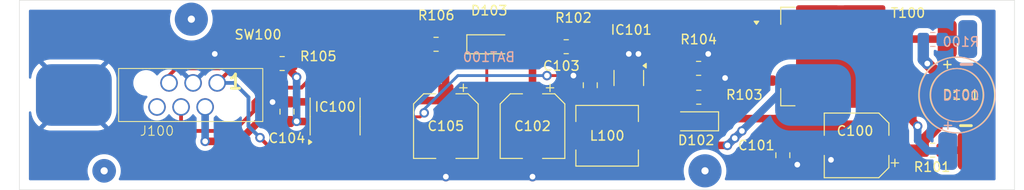
<source format=kicad_pcb>
(kicad_pcb (version 20240108) (generator "pcbnew") (generator_version "8.0")
  (layers (0 "F.Cu" signal) (31 "B.Cu" signal) (34 "B.Paste" user) (35 "F.Paste" user) (36 "B.SilkS" user "B.Silkscreen") (37 "F.SilkS" user "F.Silkscreen") (38 "B.Mask" user) (39 "F.Mask" user) (44 "Edge.Cuts" user))
  (net 0 "")
  (net 1 "GND")
  (net 2 "/Battery_Power")
  (net 3 "Net-(D100-K)")
  (net 4 "/PWR_MCU")
  (net 5 "/Reed")
  (net 6 "/ICSPDAT")
  (net 7 "Flash_on")
  (net 8 "5V_EN")
  (net 10 "/ICSPCLK")
  (net 11 "/SW")
  (net 12 "/MCLR!")
  (net 13 "/FB")
  (net 14 "/LED_PWR")
  (net 15 "/A1")
  (net 16 "/A2")
  (net 17 "/BT100")
  (footprint "Package_TO_SOT_SMD:TSOT-23-6" (layer "F.Cu") (at 114.3 108.204 -90)
    (property "Reference" "IC101" (at -5.08 -0.254 180) (layer "F.SilkS"))
    (property "Value" "MP3217")
    (fp_line (start 0 1.56) (end -0.8 1.56) (stroke (width 0.12)) (layer "F.SilkS"))
    (fp_line (start 0 1.56) (end 0.8 1.56) (stroke (width 0.12)) (layer "F.SilkS"))
    (fp_line (start 0 -1.56) (end -0.8 -1.56) (stroke (width 0.12)) (layer "F.SilkS"))
    (fp_line (start 0 -1.56) (end 0.8 -1.56) (stroke (width 0.12)) (layer "F.SilkS"))
    (fp_poly (pts (xy -1.3 -1.51) (xy -1.54 -1.84) (xy -1.06 -1.84) (xy -1.3 -1.51)) (stroke (width 0.12)) (fill solid) (layer "F.SilkS"))
    (pad "1" smd roundrect (at -1.1375 -0.95 270) (size 1.325 0.6) (layers "F.Cu" "F.Paste" "F.Mask") (net 1 "GND"))
    (pad "2" smd roundrect (at -1.1375 0 270) (size 1.325 0.6) (layers "F.Cu" "F.Paste" "F.Mask") (net 1 "GND"))
    (pad "3" smd roundrect (at -1.1375 0.95 270) (size 1.325 0.6) (layers "F.Cu" "F.Paste" "F.Mask") (net 13 "/FB"))
    (pad "4" smd roundrect (at 1.1375 0.95 270) (size 1.325 0.6) (layers "F.Cu" "F.Paste" "F.Mask") (net 8 "5V_EN"))
    (pad "5" smd roundrect (at 1.1375 0 270) (size 1.325 0.6) (layers "F.Cu" "F.Paste" "F.Mask") (net 2 "/Battery_Power"))
    (pad "6" smd roundrect (at 1.1375 -0.95 270) (size 1.325 0.6) (layers "F.Cu" "F.Paste" "F.Mask") (net 11 "/SW"))
  )
  (footprint "Package_TO_SOT_SMD:TO-263-2" (layer "F.Cu") (at 135.158 105.937)
    (property "Reference" "T100" (at 8.606 -4.591 180) (layer "F.SilkS"))
    (property "Value" "MJD122T4")
    (fp_line (start -4.825 -5.2) (end -4.825 -3.39) (stroke (width 0.12)) (layer "F.SilkS"))
    (fp_line (start -4.825 5.2) (end -4.825 3.39) (stroke (width 0.12)) (layer "F.SilkS"))
    (fp_line (start -3.325 -5.2) (end -4.825 -5.2) (stroke (width 0.12)) (layer "F.SilkS"))
    (fp_line (start -3.325 5.2) (end -4.825 5.2) (stroke (width 0.12)) (layer "F.SilkS"))
    (fp_poly (pts (xy -7.3875 -3.39) (xy -7.6275 -3.72) (xy -7.1475 -3.72) (xy -7.3875 -3.39)) (stroke (width 0.12)) (fill solid) (layer "F.SilkS"))
    (pad "1" smd roundrect (at -7.65 -2.54) (size 4.6 1.1) (layers "F.Cu" "F.Paste" "F.Mask") (roundrect_rratio 0.227273) (net 17 "/BT100"))
    (pad "2" smd roundrect (at -0.925 -2.775) (size 4.55 5.25) (layers "F.Cu" "F.Paste") (roundrect_rratio 0.054945) (net 3 "Net-(D100-K)"))
    (pad "2" smd roundrect (at -0.925 2.775) (size 4.55 5.25) (layers "F.Cu" "F.Paste") (roundrect_rratio 0.054945) (net 3 "Net-(D100-K)"))
    (pad "2" smd roundrect (at 1.5 0) (size 9.4 10.8) (layers "F.Cu" "F.Mask") (roundrect_rratio 0.026596) (net 3 "Net-(D100-K)"))
    (pad "2" smd roundrect (at 3.925 -2.775) (size 4.55 5.25) (layers "F.Cu" "F.Paste") (roundrect_rratio 0.054945) (net 3 "Net-(D100-K)"))
    (pad "2" smd roundrect (at 3.925 2.775) (size 4.55 5.25) (layers "F.Cu" "F.Paste") (roundrect_rratio 0.054945) (net 3 "Net-(D100-K)"))
    (pad "3" smd roundrect (at -7.65 2.54) (size 4.6 1.1) (layers "F.Cu" "F.Paste" "F.Mask") (roundrect_rratio 0.227273) (net 1 "GND"))
  )
  (footprint "Resistor_SMD:R_0805_2012Metric_Pad1.20x1.40mm_HandSolder" (layer "F.Cu") (at 93.964 104.648 180)
    (property "Reference" "R106" (at -0.016 3.048 0) (layer "F.SilkS"))
    (property "Value" "10K")
    (fp_line (start -0.227064 0.735) (end 0.227064 0.735) (stroke (width 0.12)) (layer "F.SilkS"))
    (fp_line (start -0.227064 -0.735) (end 0.227064 -0.735) (stroke (width 0.12)) (layer "F.SilkS"))
    (pad "1" smd roundrect (at -1 0 180) (size 1.2 1.4) (layers "F.Cu" "F.Paste" "F.Mask") (roundrect_rratio 0.208333) (net 4 "/PWR_MCU"))
    (pad "2" smd roundrect (at 1 0 180) (size 1.2 1.4) (layers "F.Cu" "F.Paste" "F.Mask") (roundrect_rratio 0.208333) (net 5 "/Reed"))
  )
  (footprint "Capacitor_SMD:CP_Elec_6.3x7.7" (layer "F.Cu") (at 94.996 113.284 -90)
    (property "Reference" "C105" (at 0 0 0) (layer "F.SilkS"))
    (property "Value" "100µF/10V")
    (fp_line (start -2.345563 3.41) (end 3.41 3.41) (stroke (width 0.12)) (layer "F.SilkS"))
    (fp_line (start 3.41 3.41) (end 3.41 1.06) (stroke (width 0.12)) (layer "F.SilkS"))
    (fp_line (start -3.41 2.345563) (end -2.345563 3.41) (stroke (width 0.12)) (layer "F.SilkS"))
    (fp_line (start -3.41 2.345563) (end -3.41 1.06) (stroke (width 0.12)) (layer "F.SilkS"))
    (fp_line (start -4.4375 -1.8475) (end -3.65 -1.8475) (stroke (width 0.12)) (layer "F.SilkS"))
    (fp_line (start -4.04375 -2.24125) (end -4.04375 -1.45375) (stroke (width 0.12)) (layer "F.SilkS"))
    (fp_line (start -3.41 -2.345563) (end -3.41 -1.06) (stroke (width 0.12)) (layer "F.SilkS"))
    (fp_line (start -3.41 -2.345563) (end -2.345563 -3.41) (stroke (width 0.12)) (layer "F.SilkS"))
    (fp_line (start -2.345563 -3.41) (end 3.41 -3.41) (stroke (width 0.12)) (layer "F.SilkS"))
    (fp_line (start 3.41 -3.41) (end 3.41 -1.06) (stroke (width 0.12)) (layer "F.SilkS"))
    (pad "1" smd roundrect (at -2.7 0 270) (size 3.5 1.6) (layers "F.Cu" "F.Paste" "F.Mask") (roundrect_rratio 0.15625) (net 4 "/PWR_MCU"))
    (pad "2" smd roundrect (at 2.7 0 270) (size 3.5 1.6) (layers "F.Cu" "F.Paste" "F.Mask") (roundrect_rratio 0.15625) (net 1 "GND"))
  )
  (footprint "Resistor_SMD:R_0805_2012Metric_Pad1.20x1.40mm_HandSolder" (layer "F.Cu") (at 121.666 107.188)
    (property "Reference" "R104" (at 0 -3.048 0) (layer "F.SilkS"))
    (property "Value" "5k1")
    (fp_line (start -0.227064 -0.735) (end 0.227064 -0.735) (stroke (width 0.12)) (layer "F.SilkS"))
    (fp_line (start -0.227064 0.735) (end 0.227064 0.735) (stroke (width 0.12)) (layer "F.SilkS"))
    (pad "1" smd roundrect (at -1 0) (size 1.2 1.4) (layers "F.Cu" "F.Paste" "F.Mask") (roundrect_rratio 0.208333) (net 13 "/FB"))
    (pad "2" smd roundrect (at 1 0) (size 1.2 1.4) (layers "F.Cu" "F.Paste" "F.Mask") (roundrect_rratio 0.208333) (net 1 "GND"))
  )
  (footprint "Diode_SMD:D_SOD-123" (layer "F.Cu") (at 121.412 112.776 180)
    (property "Reference" "D102" (at 0 -2 0) (layer "F.SilkS"))
    (property "Value" "BAV16W")
    (fp_line (start -2.36 1) (end 1.65 1) (stroke (width 0.12)) (layer "F.SilkS"))
    (fp_line (start -2.36 -1) (end 1.65 -1) (stroke (width 0.12)) (layer "F.SilkS"))
    (fp_line (start -2.36 -1) (end -2.36 1) (stroke (width 0.12)) (layer "F.SilkS"))
    (pad "1" smd roundrect (at -1.65 0 180) (size 0.9 1.2) (layers "F.Cu" "F.Paste" "F.Mask") (net 14 "/LED_PWR"))
    (pad "2" smd roundrect (at 1.65 0 180) (size 0.9 1.2) (layers "F.Cu" "F.Paste" "F.Mask") (net 11 "/SW"))
  )
  (footprint "Resistor_SMD:R_0805_2012Metric_Pad1.20x1.40mm_HandSolder" (layer "F.Cu") (at 121.682 110.236 180)
    (property "Reference" "R103" (at -4.81 0.254 0) (layer "F.SilkS"))
    (property "Value" "15k/1%")
    (fp_line (start -0.227064 0.735) (end 0.227064 0.735) (stroke (width 0.12)) (layer "F.SilkS"))
    (fp_line (start -0.227064 -0.735) (end 0.227064 -0.735) (stroke (width 0.12)) (layer "F.SilkS"))
    (pad "1" smd roundrect (at -1 0 180) (size 1.2 1.4) (layers "F.Cu" "F.Paste" "F.Mask") (roundrect_rratio 0.208333) (net 14 "/LED_PWR"))
    (pad "2" smd roundrect (at 1 0 180) (size 1.2 1.4) (layers "F.Cu" "F.Paste" "F.Mask") (roundrect_rratio 0.208333) (net 13 "/FB"))
  )
  (footprint "Resistor_SMD:R_0805_2012Metric_Pad1.20x1.40mm_HandSolder" (layer "F.Cu") (at 107.696 104.902)
    (property "Reference" "R102" (at 0.762 -3.048 0) (layer "F.SilkS"))
    (property "Value" "1K")
    (fp_line (start -0.227064 -0.735) (end 0.227064 -0.735) (stroke (width 0.12)) (layer "F.SilkS"))
    (fp_line (start -0.227064 0.735) (end 0.227064 0.735) (stroke (width 0.12)) (layer "F.SilkS"))
    (pad "1" smd roundrect (at -1 0) (size 1.2 1.4) (layers "F.Cu" "F.Paste" "F.Mask") (roundrect_rratio 0.208333) (net 7 "Flash_on"))
    (pad "2" smd roundrect (at 1 0) (size 1.2 1.4) (layers "F.Cu" "F.Paste" "F.Mask") (roundrect_rratio 0.208333) (net 17 "/BT100"))
  )
  (footprint "Capacitor_SMD:CP_Elec_6.3x7.7" (layer "F.Cu") (at 138.336 115.316 180)
    (property "Reference" "C100" (at 0.16 1.524 0) (layer "F.SilkS"))
    (property "Value" "470µF/10V")
    (fp_line (start 3.41 3.41) (end 3.41 1.06) (stroke (width 0.12)) (layer "F.SilkS"))
    (fp_line (start 3.41 -3.41) (end 3.41 -1.06) (stroke (width 0.12)) (layer "F.SilkS"))
    (fp_line (start -2.345563 3.41) (end 3.41 3.41) (stroke (width 0.12)) (layer "F.SilkS"))
    (fp_line (start -2.345563 -3.41) (end 3.41 -3.41) (stroke (width 0.12)) (layer "F.SilkS"))
    (fp_line (start -3.41 2.345563) (end -2.345563 3.41) (stroke (width 0.12)) (layer "F.SilkS"))
    (fp_line (start -3.41 2.345563) (end -3.41 1.06) (stroke (width 0.12)) (layer "F.SilkS"))
    (fp_line (start -3.41 -2.345563) (end -2.345563 -3.41) (stroke (width 0.12)) (layer "F.SilkS"))
    (fp_line (start -3.41 -2.345563) (end -3.41 -1.06) (stroke (width 0.12)) (layer "F.SilkS"))
    (fp_line (start -4.04375 -2.24125) (end -4.04375 -1.45375) (stroke (width 0.12)) (layer "F.SilkS"))
    (fp_line (start -4.4375 -1.8475) (end -3.65 -1.8475) (stroke (width 0.12)) (layer "F.SilkS"))
    (pad "1" smd roundrect (at -2.7 0 180) (size 3.5 1.6) (layers "F.Cu" "F.Paste" "F.Mask") (roundrect_rratio 0.15625) (net 14 "/LED_PWR"))
    (pad "2" smd roundrect (at 2.7 0 180) (size 3.5 1.6) (layers "F.Cu" "F.Paste" "F.Mask") (roundrect_rratio 0.15625) (net 1 "GND"))
  )
  (footprint "Capacitor_SMD:CP_Elec_6.3x7.7" (layer "F.Cu") (at 104.14 113.284 -90)
    (property "Reference" "C102" (at 0 0 0) (layer "F.SilkS"))
    (property "Value" "470µF/10V")
    (fp_line (start -2.345563 3.41) (end 3.41 3.41) (stroke (width 0.12)) (layer "F.SilkS"))
    (fp_line (start 3.41 3.41) (end 3.41 1.06) (stroke (width 0.12)) (layer "F.SilkS"))
    (fp_line (start -3.41 2.345563) (end -2.345563 3.41) (stroke (width 0.12)) (layer "F.SilkS"))
    (fp_line (start -3.41 2.345563) (end -3.41 1.06) (stroke (width 0.12)) (layer "F.SilkS"))
    (fp_line (start -4.4375 -1.8475) (end -3.65 -1.8475) (stroke (width 0.12)) (layer "F.SilkS"))
    (fp_line (start -4.04375 -2.24125) (end -4.04375 -1.45375) (stroke (width 0.12)) (layer "F.SilkS"))
    (fp_line (start -3.41 -2.345563) (end -3.41 -1.06) (stroke (width 0.12)) (layer "F.SilkS"))
    (fp_line (start -3.41 -2.345563) (end -2.345563 -3.41) (stroke (width 0.12)) (layer "F.SilkS"))
    (fp_line (start -2.345563 -3.41) (end 3.41 -3.41) (stroke (width 0.12)) (layer "F.SilkS"))
    (fp_line (start 3.41 -3.41) (end 3.41 -1.06) (stroke (width 0.12)) (layer "F.SilkS"))
    (pad "1" smd roundrect (at -2.7 0 270) (size 3.5 1.6) (layers "F.Cu" "F.Paste" "F.Mask") (roundrect_rratio 0.15625) (net 2 "/Battery_Power"))
    (pad "2" smd roundrect (at 2.7 0 270) (size 3.5 1.6) (layers "F.Cu" "F.Paste" "F.Mask") (roundrect_rratio 0.15625) (net 1 "GND"))
  )
  (footprint "Resistor_SMD:R_0805_2012Metric_Pad1.20x1.40mm_HandSolder" (layer "F.Cu") (at 77.724 106.68 180)
    (property "Reference" "R105" (at -3.81 0.762 0) (layer "F.SilkS"))
    (property "Value" "10K")
    (fp_line (start -0.227064 0.735) (end 0.227064 0.735) (stroke (width 0.12)) (layer "F.SilkS"))
    (fp_line (start -0.227064 -0.735) (end 0.227064 -0.735) (stroke (width 0.12)) (layer "F.SilkS"))
    (pad "1" smd roundrect (at -1 0 180) (size 1.2 1.4) (layers "F.Cu" "F.Paste" "F.Mask") (roundrect_rratio 0.208333) (net 4 "/PWR_MCU"))
    (pad "2" smd roundrect (at 1 0 180) (size 1.2 1.4) (layers "F.Cu" "F.Paste" "F.Mask") (roundrect_rratio 0.208333) (net 12 "/MCLR!"))
  )
  (footprint "Package_SO:SSOP-8_3.9x5.05mm_P1.27mm" (layer "F.Cu") (at 83.312 112.268 90)
    (property "Reference" "IC100" (at 1.016 0 0) (layer "F.SilkS"))
    (property "Value" "PIC16LF15313")
    (fp_line (start 0 -2.635) (end 1.95 -2.635) (stroke (width 0.12)) (layer "F.SilkS"))
    (fp_line (start 0 -2.635) (end -1.95 -2.635) (stroke (width 0.12)) (layer "F.SilkS"))
    (fp_line (start 0 2.635) (end 1.95 2.635) (stroke (width 0.12)) (layer "F.SilkS"))
    (fp_line (start 0 2.635) (end -1.95 2.635) (stroke (width 0.12)) (layer "F.SilkS"))
    (fp_poly (pts (xy -2.7 -2.465) (xy -2.94 -2.795) (xy -2.46 -2.795) (xy -2.7 -2.465)) (stroke (width 0.12)) (fill solid) (layer "F.SilkS"))
    (pad "1" smd roundrect (at -2.675 -1.905 90) (size 1.55 0.6) (layers "F.Cu" "F.Paste" "F.Mask") (net 4 "/PWR_MCU"))
    (pad "2" smd roundrect (at -2.675 -0.635 90) (size 1.55 0.6) (layers "F.Cu" "F.Paste" "F.Mask") (net 8 "5V_EN"))
    (pad "3" smd roundrect (at -2.675 0.635 90) (size 1.55 0.6) (layers "F.Cu" "F.Paste" "F.Mask") (net 7 "Flash_on"))
    (pad "4" smd roundrect (at -2.675 1.905 90) (size 1.55 0.6) (layers "F.Cu" "F.Paste" "F.Mask") (net 12 "/MCLR!"))
    (pad "5" smd roundrect (at 2.675 1.905 90) (size 1.55 0.6) (layers "F.Cu" "F.Paste" "F.Mask") (net 5 "/Reed"))
    (pad "6" smd roundrect (at 2.675 0.635 90) (size 1.55 0.6) (layers "F.Cu" "F.Paste" "F.Mask") (net 10 "/ICSPCLK"))
    (pad "7" smd roundrect (at 2.675 -0.635 90) (size 1.55 0.6) (layers "F.Cu" "F.Paste" "F.Mask") (net 6 "/ICSPDAT"))
    (pad "8" smd roundrect (at 2.675 -1.905 90) (size 1.55 0.6) (layers "F.Cu" "F.Paste" "F.Mask") (net 1 "GND"))
  )
  (footprint "MySkedd:SKEDD-6" (layer "F.Cu") (at 70.866 108.724)
    (property "Reference" "J100" (at -6.35 5.068 0) (layer "F.SilkS") (effects (font (thickness 0.1))))
    (property "Value" "SKEDD6")
    (fp_rect (start -10.399 -1.524) (end 4.811 4.076) (stroke (width 0.1)) (fill none) (layer "F.SilkS"))
    (fp_text user "1" (at 1.016 0.762 0) (layer "F.SilkS") (effects (font (size 1.5 1.5) (thickness 0.3) (bold yes)) (justify left bottom)))
    (pad "" np_thru_hole circle (at -7.5 0) (size 2.2 2.2) (drill 2.2) (layers "F&B.Cu" "*.Mask"))
    (pad "" np_thru_hole circle (at 1.23 2.54) (size 2.6 2.6) (drill 2.6) (layers "F&B.Cu" "*.Mask"))
    (pad "1" thru_hole circle (at 0 0) (size 1.85 1.85) (drill 1.5) (layers "*.Cu" "*.Mask") (net 12 "/MCLR!"))
    (pad "2" thru_hole circle (at -1.27 2.54) (size 1.85 1.85) (drill 1.5) (layers "*.Cu" "*.Mask") (net 4 "/PWR_MCU"))
    (pad "3" thru_hole circle (at -2.54 0) (size 1.85 1.85) (drill 1.5) (layers "*.Cu" "*.Mask") (net 1 "GND"))
    (pad "4" thru_hole circle (at -3.81 2.54) (size 1.85 1.85) (drill 1.5) (layers "*.Cu" "*.Mask") (net 6 "/ICSPDAT"))
    (pad "5" thru_hole circle (at -5.08 0) (size 1.85 1.85) (drill 1.5) (layers "*.Cu" "*.Mask") (net 10 "/ICSPCLK"))
    (pad "6" thru_hole circle (at -6.35 2.54) (size 1.85 1.85) (drill 1.5) (layers "*.Cu" "*.Mask"))
  )
  (footprint "Inductor_SMD:L_6.3x6.3_H3" (layer "F.Cu") (at 112.014 114.3)
    (property "Reference" "L100" (at 0 0 0) (layer "F.SilkS"))
    (property "Value" "33µH")
    (fp_line (start -3.3 -3.2) (end 3.3 -3.2) (stroke (width 0.12)) (layer "F.SilkS"))
    (fp_line (start -3.3 -1.5) (end -3.3 -3.2) (stroke (width 0.12)) (layer "F.SilkS"))
    (fp_line (start -3.3 3.2) (end -3.3 1.5) (stroke (width 0.12)) (layer "F.SilkS"))
    (fp_line (start 3.3 -3.2) (end 3.3 -1.5) (stroke (width 0.12)) (layer "F.SilkS"))
    (fp_line (start 3.3 1.5) (end 3.3 3.2) (stroke (width 0.12)) (layer "F.SilkS"))
    (fp_line (start 3.3 3.2) (end -3.3 3.2) (stroke (width 0.12)) (layer "F.SilkS"))
    (pad "1" smd rect (at -2.75 0) (size 1.5 2.4) (layers "F.Cu" "F.Paste" "F.Mask") (net 2 "/Battery_Power"))
    (pad "2" smd rect (at 2.75 0) (size 1.5 2.4) (layers "F.Cu" "F.Paste" "F.Mask") (net 11 "/SW"))
  )
  (footprint "Capacitor_SMD:C_0805_2012Metric_Pad1.18x1.45mm_HandSolder" (layer "F.Cu") (at 110.236 108.966 90)
    (property "Reference" "C103" (at 2.032 -3.048 180) (layer "F.SilkS"))
    (property "Value" "100nF")
    (fp_line (start -0.261252 -0.735) (end 0.261252 -0.735) (stroke (width 0.12)) (layer "F.SilkS"))
    (fp_line (start -0.261252 0.735) (end 0.261252 0.735) (stroke (width 0.12)) (layer "F.SilkS"))
    (pad "1" smd roundrect (at -1.0375 0 90) (size 1.175 1.45) (layers "F.Cu" "F.Paste" "F.Mask") (roundrect_rratio 0.212766) (net 2 "/Battery_Power"))
    (pad "2" smd roundrect (at 1.0375 0 90) (size 1.175 1.45) (layers "F.Cu" "F.Paste" "F.Mask") (roundrect_rratio 0.212766) (net 1 "GND"))
  )
  (footprint "Capacitor_SMD:C_0805_2012Metric_Pad1.18x1.45mm_HandSolder" (layer "F.Cu") (at 130.556 116.3535 -90)
    (property "Reference" "C101" (at -1.0375 2.794 0) (layer "F.SilkS"))
    (property "Value" "330nF")
    (fp_line (start -0.261252 0.735) (end 0.261252 0.735) (stroke (width 0.12)) (layer "F.SilkS"))
    (fp_line (start -0.261252 -0.735) (end 0.261252 -0.735) (stroke (width 0.12)) (layer "F.SilkS"))
    (pad "1" smd roundrect (at -1.0375 0 270) (size 1.175 1.45) (layers "F.Cu" "F.Paste" "F.Mask") (roundrect_rratio 0.212766) (net 14 "/LED_PWR"))
    (pad "2" smd roundrect (at 1.0375 0 270) (size 1.175 1.45) (layers "F.Cu" "F.Paste" "F.Mask") (roundrect_rratio 0.212766) (net 1 "GND"))
  )
  (footprint "Resistor_SMD:R_0805_2012Metric_Pad1.20x1.40mm_HandSolder" (layer "F.Cu") (at 146.36 115.824)
    (property "Reference" "R101" (at -0.056 1.778 0) (layer "F.SilkS"))
    (property "Value" "1")
    (fp_line (start -0.227064 -0.735) (end 0.227064 -0.735) (stroke (width 0.12)) (layer "F.SilkS"))
    (fp_line (start -0.227064 0.735) (end 0.227064 0.735) (stroke (width 0.12)) (layer "F.SilkS"))
    (pad "1" smd roundrect (at -1 0) (size 1.2 1.4) (layers "F.Cu" "F.Paste" "F.Mask") (roundrect_rratio 0.208333) (net 14 "/LED_PWR"))
    (pad "2" smd roundrect (at 1 0) (size 1.2 1.4) (layers "F.Cu" "F.Paste" "F.Mask") (roundrect_rratio 0.208333) (net 16 "/A2"))
  )
  (footprint "Capacitor_SMD:C_0805_2012Metric_Pad1.18x1.45mm_HandSolder" (layer "F.Cu") (at 78.232 111.76 90)
    (property "Reference" "C104" (at -2.794 0 0) (layer "F.SilkS"))
    (property "Value" "100nF")
    (fp_line (start -0.261252 -0.735) (end 0.261252 -0.735) (stroke (width 0.12)) (layer "F.SilkS"))
    (fp_line (start -0.261252 0.735) (end 0.261252 0.735) (stroke (width 0.12)) (layer "F.SilkS"))
    (pad "1" smd roundrect (at -1.0375 0 90) (size 1.175 1.45) (layers "F.Cu" "F.Paste" "F.Mask") (roundrect_rratio 0.212766) (net 4 "/PWR_MCU"))
    (pad "2" smd roundrect (at 1.0375 0 90) (size 1.175 1.45) (layers "F.Cu" "F.Paste" "F.Mask") (roundrect_rratio 0.212766) (net 1 "GND"))
  )
  (footprint "MyLED:LPB200XX" (layer "F.Cu") (at 148.9 110)
    (property "Reference" "D101" (at 0.452 -0.018 0) (layer "F.SilkS"))
    (property "Value" "LB-P200W2C60")
    (fp_circle (center 0 0) (end 2.8 0) (stroke (width 0.12)) (fill none) (layer "F.SilkS"))
    (fp_circle (center 0 0) (end 4 0) (stroke (width 0.12)) (fill none) (layer "F.SilkS"))
    (fp_text user "-" (at 2.1 4 0) (layer "F.SilkS") (effects (font (size 1.5 1.5) (thickness 0.3) (bold yes)) (justify left bottom mirror)))
    (fp_text user "+" (at -1.7 -2.7 0) (layer "F.SilkS") (effects (justify left bottom)))
    (pad "1" smd roundrect (at -1 -5.9 270) (size 4.0025 2.0025) (layers "F.Cu" "F.Paste" "F.Mask") (net 3 "Net-(D100-K)"))
    (pad "2" smd roundrect (at 1.1 5.9 270) (size 4.0025 2.0025) (layers "F.Cu" "F.Paste" "F.Mask") (net 16 "/A2"))
  )
  (footprint "MyReed:Meder MK15-C-2" (layer "F.Cu") (at 80.264 103.632)
    (property "Reference" "SW100" (at -5.08 0 0) (layer "F.SilkS"))
    (property "Value" "MK15-C2")
    (pad "1" smd roundrect (at -9.2 0) (size 2 1.5) (layers "F.Cu" "F.Paste" "F.Mask") (net 1 "GND"))
    (pad "2" smd roundrect (at 9.2 0) (size 2 1.5) (layers "F.Cu" "F.Paste" "F.Mask") (net 5 "/Reed"))
  )
  (footprint "Diode_SMD:D_SOD-123" (layer "F.Cu") (at 99.568 104.648)
    (property "Reference" "D103" (at 0 -3.556 0) (layer "F.SilkS"))
    (property "Value" "BAV16W")
    (fp_line (start -2.36 -1) (end -2.36 1) (stroke (width 0.12)) (layer "F.SilkS"))
    (fp_line (start -2.36 -1) (end 1.65 -1) (stroke (width 0.12)) (layer "F.SilkS"))
    (fp_line (start -2.36 1) (end 1.65 1) (stroke (width 0.12)) (layer "F.SilkS"))
    (pad "1" smd roundrect (at -1.65 0) (size 0.9 1.2) (layers "F.Cu" "F.Paste" "F.Mask") (net 4 "/PWR_MCU"))
    (pad "2" smd roundrect (at 1.65 0) (size 0.9 1.2) (layers "F.Cu" "F.Paste" "F.Mask") (net 2 "/Battery_Power"))
  )
  (footprint "Resistor_SMD:R_0805_2012Metric_Pad1.20x1.40mm_HandSolder" (layer "B.Cu") (at 146.376 104.14)
    (property "Reference" "R100" (at 2.976 0.254 0) (layer "B.SilkS") (effects (justify mirror)))
    (property "Value" "1")
    (fp_line (start 0.227064 -0.735) (end -0.227064 -0.735) (stroke (width 0.12)) (layer "B.SilkS"))
    (fp_line (start 0.227064 0.735) (end -0.227064 0.735) (stroke (width 0.12)) (layer "B.SilkS"))
    (pad "1" smd roundrect (at -1 0) (size 1.2 1.4) (layers "B.Cu" "B.Paste" "B.Mask") (roundrect_rratio 0.208333) (net 14 "/LED_PWR"))
    (pad "2" smd roundrect (at 1 0) (size 1.2 1.4) (layers "B.Cu" "B.Paste" "B.Mask") (roundrect_rratio 0.208333) (net 15 "/A1"))
  )
  (footprint "MyLED:LPB200XX" (layer "B.Cu") (at 148.96 110)
    (property "Reference" "D100" (at 0.392 -0.018 180) (layer "B.SilkS") (effects (justify mirror)))
    (property "Value" "LB-P200W2C60")
    (fp_circle (center 0 0) (end 2.8 0) (stroke (width 0.12)) (fill none) (layer "B.SilkS"))
    (fp_circle (center 0 0) (end 4 0) (stroke (width 0.12)) (fill none) (layer "B.SilkS"))
    (fp_text user "-" (at 2.1 -4 180) (layer "B.SilkS") (effects (font (size 1.5 1.5) (thickness 0.3) (bold yes)) (justify left bottom)))
    (fp_text user "+" (at -1.7 2.7 180) (layer "B.SilkS") (effects (justify left bottom mirror)))
    (pad "1" smd roundrect (at -1 5.9 90) (size 4.0025 2.0025) (layers "B.Cu" "B.Paste" "B.Mask") (net 3 "Net-(D100-K)"))
    (pad "2" smd roundrect (at 1.1 -5.9 90) (size 4.0025 2.0025) (layers "B.Cu" "B.Paste" "B.Mask") (net 15 "/A1"))
  )
  (footprint "MyPower:KEYSTONE_1042" (layer "B.Cu") (at 94.742 110 180)
    (property "Reference" "BAT100" (at -4.8 4 0) (layer "B.SilkS") (effects (justify mirror)))
    (property "Value" "KEYSTONE Battery Holder 1042")
    (pad "" np_thru_hole circle (at -27.6 -8 180) (size 3.5 3.5) (drill 0.762) (layers "In1.Cu" "In2.Cu" "In3.Cu" "In4.Cu" "In5.Cu" "In6.Cu" "In7.Cu" "In8.Cu" "In9.Cu" "In10.Cu" "In11.Cu" "In12.Cu" "In13.Cu" "In14.Cu" "In15.Cu" "In16.Cu" "In17.Cu" "In18.Cu" "In19.Cu" "In20.Cu" "In21.Cu" "In22.Cu" "In23.Cu" "In24.Cu" "In25.Cu" "In26.Cu" "In27.Cu" "In28.Cu" "In29.Cu" "In30.Cu" "B.Cu" "B.Paste" "B.Mask"))
    (pad "" np_thru_hole circle (at 26.6 8 180) (size 3.5 3.5) (drill 0.762) (layers "In1.Cu" "In2.Cu" "In3.Cu" "In4.Cu" "In5.Cu" "In6.Cu" "In7.Cu" "In8.Cu" "In9.Cu" "In10.Cu" "In11.Cu" "In12.Cu" "In13.Cu" "In14.Cu" "In15.Cu" "In16.Cu" "In17.Cu" "In18.Cu" "In19.Cu" "In20.Cu" "In21.Cu" "In22.Cu" "In23.Cu" "In24.Cu" "In25.Cu" "In26.Cu" "In27.Cu" "In28.Cu" "In29.Cu" "In30.Cu" "B.Cu" "B.Paste" "B.Mask"))
    (pad "" np_thru_hole circle (at 35.8 -8 180) (size 2.5 2.5) (drill 0.762) (layers "In1.Cu" "In2.Cu" "In3.Cu" "In4.Cu" "In5.Cu" "In6.Cu" "In7.Cu" "In8.Cu" "In9.Cu" "In10.Cu" "In11.Cu" "In12.Cu" "In13.Cu" "In14.Cu" "In15.Cu" "In16.Cu" "In17.Cu" "In18.Cu" "In19.Cu" "In20.Cu" "In21.Cu" "In22.Cu" "In23.Cu" "In24.Cu" "In25.Cu" "In26.Cu" "In27.Cu" "In28.Cu" "In29.Cu" "In30.Cu" "B.Cu" "B.Paste" "B.Mask"))
    (pad "1" smd roundrect (at -39 0 180) (size 8 6.5) (layers "B.Cu" "B.Paste" "B.Mask") (net 2 "/Battery_Power"))
    (pad "2" smd roundrect (at 39 0 180) (size 8 6.5) (layers "B.Cu" "B.Paste" "B.Mask") (net 1 "GND"))
  )
  (gr_line (start 124.714 115.316) (end 126.238 113.792) (stroke (width 0.8)) (layer "F.Cu") (net 2))
  (gr_rect (start 50 100) (end 155 120) (stroke (width 0.05)) (fill none) (layer "Edge.Cuts"))
  (segment (start 81.28 110.744) (end 81.2585 110.7225) (width 0.4) (layer "F.Cu") (net 1))
  (segment (start 81.407 110.617) (end 81.28 110.744) (width 0.5) (layer "F.Cu") (net 1))
  (segment (start 108.4795 107.9285) (end 108.458 107.95) (width 0.5) (layer "F.Cu") (net 1))
  (segment (start 81.407 109.593) (end 81.407 110.617) (width 0.5) (layer "F.Cu") (net 1))
  (segment (start 81.2585 110.7225) (end 78.232 110.7225) (width 0.8) (layer "F.Cu") (net 1))
  (segment (start 110.236 107.9285) (end 108.4795 107.9285) (width 0.5) (layer "F.Cu") (net 1))
  (segment (start 71.064 105.212) (end 70.612 105.664) (width 0.8) (layer "F.Cu") (net 1))
  (segment (start 124.733 108.477) (end 124.46 108.204) (width 0.5) (layer "F.Cu") (net 1))
  (segment (start 104.14 115.984) (end 104.14 118.618) (width 0.8) (layer "F.Cu") (net 1))
  (segment (start 132.037 117.391) (end 132.08 117.348) (width 0.2) (layer "F.Cu") (net 1))
  (segment (start 130.556 117.391) (end 132.037 117.391) (width 0.5) (layer "F.Cu") (net 1))
  (segment (start 135.636 115.316) (end 135.636 116.84) (width 0.5) (layer "F.Cu") (net 1))
  (segment (start 71.064 103.632) (end 71.064 105.212) (width 0.8) (layer "F.Cu") (net 1))
  (segment (start 115.25 107.0665) (end 115.25 105.73) (width 0.5) (layer "F.Cu") (net 1))
  (segment (start 122.666 105.68) (end 122.666 107.188) (width 0.8) (layer "F.Cu") (net 1))
  (segment (start 127.508 108.477) (end 124.733 108.477) (width 0.5) (layer "F.Cu") (net 1))
  (segment (start 76.7295 110.7225) (end 76.708 110.744) (width 0.4) (layer "F.Cu") (net 1))
  (segment (start 94.996 115.984) (end 94.996 118.618) (width 0.8) (layer "F.Cu") (net 1))
  (segment (start 114.3 107.0665) (end 114.3 105.664) (width 0.5) (layer "F.Cu") (net 1))
  (segment (start 78.232 110.7225) (end 76.7295 110.7225) (width 0.8) (layer "F.Cu") (net 1))
  (segment (start 122.682 105.664) (end 122.666 105.68) (width 0.8) (layer "F.Cu") (net 1))
  (segment (start 115.25 105.73) (end 115.316 105.664) (width 0.5) (layer "F.Cu") (net 1))
  (via (at 132.08 117.348) (size 1) (drill 0.6) (layers "F.Cu" "B.Cu") (net 1))
  (via (at 94.996 118.618) (size 1) (drill 0.6) (layers "F.Cu" "B.Cu") (net 1))
  (via (at 104.14 118.618) (size 1) (drill 0.6) (layers "F.Cu" "B.Cu") (net 1))
  (via (at 114.3 105.664) (size 1) (drill 0.6) (layers "F.Cu" "B.Cu") (net 1))
  (via (at 122.682 105.664) (size 1) (drill 0.6) (layers "F.Cu" "B.Cu") (net 1))
  (via (at 124.46 108.204) (size 1) (drill 0.6) (layers "F.Cu" "B.Cu") (net 1))
  (via (at 76.708 110.744) (size 1) (drill 0.6) (layers "F.Cu" "B.Cu") (net 1))
  (via (at 115.316 105.664) (size 1) (drill 0.6) (layers "F.Cu" "B.Cu") (net 1))
  (via (at 70.612 105.664) (size 1) (drill 0.6) (layers "F.Cu" "B.Cu") (net 1))
  (via (at 135.636 116.84) (size 1) (drill 0.6) (layers "F.Cu" "B.Cu") (net 1))
  (via (at 108.458 107.95) (size 1) (drill 0.6) (layers "F.Cu" "B.Cu") (net 1))
  (segment (start 109.264 114.3) (end 111.296 116.332) (width 0.8) (layer "F.Cu") (net 2))
  (segment (start 113.538 111.252) (end 114.3 110.49) (width 0.5) (layer "F.Cu") (net 2))
  (segment (start 107.442 111.252) (end 109.22 111.252) (width 0.8) (layer "F.Cu") (net 2))
  (segment (start 117.348 115.316) (end 124.714 115.316) (width 0.8) (layer "F.Cu") (net 2))
  (segment (start 114.3 110.49) (end 114.3 109.3415) (width 0.5) (layer "F.Cu") (net 2))
  (segment (start 106.774 110.584) (end 107.442 111.252) (width 0.8) (layer "F.Cu") (net 2))
  (segment (start 109.22 111.252) (end 110.236 111.252) (width 0.6) (layer "F.Cu") (net 2))
  (segment (start 109.264 111.296) (end 109.22 111.252) (width 0.6) (layer "F.Cu") (net 2))
  (segment (start 102.362 104.648) (end 104.14 106.426) (width 0.8) (layer "F.Cu") (net 2))
  (segment (start 109.264 114.3) (end 109.264 111.296) (width 0.8) (layer "F.Cu") (net 2))
  (segment (start 104.14 106.426) (end 104.14 110.584) (width 0.8) (layer "F.Cu") (net 2))
  (segment (start 116.332 116.332) (end 117.348 115.316) (width 0.8) (layer "F.Cu") (net 2))
  (segment (start 104.14 110.584) (end 106.774 110.584) (width 0.8) (layer "F.Cu") (net 2))
  (segment (start 110.236 110.0035) (end 110.236 111.252) (width 0.3) (layer "F.Cu") (net 2))
  (segment (start 110.236 111.252) (end 113.538 111.252) (width 0.6) (layer "F.Cu") (net 2))
  (segment (start 101.218 104.648) (end 102.362 104.648) (width 0.8) (layer "F.Cu") (net 2))
  (segment (start 111.296 116.332) (end 116.332 116.332) (width 0.8) (layer "F.Cu") (net 2))
  (via (at 126.238 113.792) (size 1) (drill 0.6) (layers "F.Cu" "B.Cu") (net 2))
  (via (at 124.714 115.316) (size 1) (drill 0.6) (layers "F.Cu" "B.Cu") (net 2))
  (via (at 125.476 114.554) (size 1) (drill 0.6) (layers "F.Cu" "B.Cu") (net 2))
  (segment (start 124.714 115.316) (end 125.476 114.554) (width 0.8) (layer "B.Cu") (net 2))
  (segment (start 126.238 113.792) (end 130.03 110) (width 0.8) (layer "B.Cu") (net 2))
  (segment (start 130.03 110) (end 133.742 110) (width 0.8) (layer "B.Cu") (net 2))
  (segment (start 125.476 114.554) (end 126.238 113.792) (width 0.8) (layer "B.Cu") (net 2))
  (segment (start 144.272 112.776) (end 144.78 113.284) (width 0.8) (layer "F.Cu") (net 3))
  (segment (start 143.216 104.1) (end 142.278 103.162) (width 0.8) (layer "F.Cu") (net 3))
  (segment (start 139.083 108.712) (end 143.256 108.712) (width 0.8) (layer "F.Cu") (net 3))
  (segment (start 147.9 104.1) (end 143.216 104.1) (width 0.8) (layer "F.Cu") (net 3))
  (segment (start 143.256 108.712) (end 144.272 109.728) (width 0.8) (layer "F.Cu") (net 3))
  (segment (start 142.278 103.162) (end 139.083 103.162) (width 0.8) (layer "F.Cu") (net 3))
  (segment (start 144.272 109.728) (end 144.272 112.776) (width 0.8) (layer "F.Cu") (net 3))
  (via (at 144.78 113.284) (size 1) (drill 0.6) (layers "F.Cu" "B.Cu") (net 3))
  (segment (start 145.872 115.9) (end 147.96 115.9) (width 0.8) (layer "B.Cu") (net 3))
  (segment (start 144.78 114.808) (end 145.872 115.9) (width 0.8) (layer "B.Cu") (net 3))
  (segment (start 144.78 113.284) (end 144.78 114.808) (width 0.8) (layer "B.Cu") (net 3))
  (segment (start 86.36 111.252) (end 82.804 111.252) (width 0.8) (layer "F.Cu") (net 4))
  (segment (start 82.804 111.252) (end 81.2585 112.7975) (width 0.8) (layer "F.Cu") (net 4))
  (segment (start 78.724 107.596) (end 79.248 108.12) (width 0.8) (layer "F.Cu") (net 4))
  (segment (start 73.152 114.892) (end 69.596 114.892) (width 0.8) (layer "F.Cu") (net 4))
  (segment (start 75.2465 112.7975) (end 73.152 114.892) (width 0.8) (layer "F.Cu") (net 4))
  (segment (start 78.232 112.7975) (end 75.2465 112.7975) (width 0.8) (layer "F.Cu") (net 4))
  (segment (start 78.232 112.7975) (end 81.2585 112.7975) (width 0.8) (layer "F.Cu") (net 4))
  (segment (start 87.028 110.584) (end 86.36 111.252) (width 0.8) (layer "F.Cu") (net 4))
  (segment (start 94.996 110.584) (end 87.028 110.584) (width 0.8) (layer "F.Cu") (net 4))
  (segment (start 94.964 110.552) (end 94.996 110.584) (width 0.8) (layer "F.Cu") (net 4))
  (segment (start 81.407 114.943) (end 81.407 112.946) (width 0.5) (layer "F.Cu") (net 4))
  (segment (start 97.918 104.648) (end 94.964 104.648) (width 0.8) (layer "F.Cu") (net 4))
  (segment (start 78.724 106.68) (end 78.724 107.596) (width 0.8) (layer "F.Cu") (net 4))
  (segment (start 81.407 112.946) (end 81.2585 112.7975) (width 0.5) (layer "F.Cu") (net 4))
  (segment (start 94.964 104.648) (end 94.964 110.552) (width 0.8) (layer "F.Cu") (net 4))
  (via (at 69.596 114.892) (size 1) (drill 0.6) (layers "F.Cu" "B.Cu") (net 4))
  (via (at 79.248 108.12) (size 1) (drill 0.6) (layers "F.Cu" "B.Cu") (net 4))
  (via (at 79.248 112.776) (size 1) (drill 0.6) (layers "F.Cu" "B.Cu") (net 4))
  (segment (start 79.248 108.12) (end 79.248 112.776) (width 0.8) (layer "B.Cu") (net 4))
  (segment (start 69.596 111.264) (end 69.596 114.892) (width 0.8) (layer "B.Cu") (net 4))
  (segment (start 85.217 105.791) (end 85.217 109.593) (width 0.4) (layer "F.Cu") (net 5))
  (segment (start 89.464 103.632) (end 87.376 103.632) (width 0.4) (layer "F.Cu") (net 5))
  (segment (start 91.44 103.632) (end 89.464 103.632) (width 0.4) (layer "F.Cu") (net 5))
  (segment (start 87.376 103.632) (end 85.217 105.791) (width 0.4) (layer "F.Cu") (net 5))
  (segment (start 92.964 104.648) (end 92.456 104.648) (width 0.4) (layer "F.Cu") (net 5))
  (segment (start 92.456 104.648) (end 91.44 103.632) (width 0.4) (layer "F.Cu") (net 5))
  (segment (start 82.677 109.593) (end 82.677 109.023184) (width 0.4) (layer "F.Cu") (net 6))
  (segment (start 80.758 108.218) (end 79.756 109.22) (width 0.4) (layer "F.Cu") (net 6))
  (segment (start 67.056 113.284) (end 67.056 111.264) (width 0.4) (layer "F.Cu") (net 6))
  (segment (start 82.677 109.023184) (end 81.871816 108.218) (width 0.4) (layer "F.Cu") (net 6))
  (segment (start 67.564 113.792) (end 67.056 113.284) (width 0.4) (layer "F.Cu") (net 6))
  (segment (start 79.756 109.22) (end 76.2 109.22) (width 0.4) (layer "F.Cu") (net 6))
  (segment (start 74.676 110.744) (end 74.676 111.76) (width 0.4) (layer "F.Cu") (net 6))
  (segment (start 74.676 111.76) (end 72.644 113.792) (width 0.4) (layer "F.Cu") (net 6))
  (segment (start 72.644 113.792) (end 67.564 113.792) (width 0.4) (layer "F.Cu") (net 6))
  (segment (start 76.2 109.22) (end 74.676 110.744) (width 0.4) (layer "F.Cu") (net 6))
  (segment (start 81.871816 108.218) (end 80.758 108.218) (width 0.4) (layer "F.Cu") (net 6))
  (segment (start 84.552 113.568) (end 96.998 113.568) (width 0.3) (layer "F.Cu") (net 7))
  (segment (start 99.314 103.886) (end 99.822 103.378) (width 0.3) (layer "F.Cu") (net 7))
  (segment (start 96.998 113.568) (end 99.314 111.252) (width 0.3) (layer "F.Cu") (net 7))
  (segment (start 99.314 111.252) (end 99.314 103.886) (width 0.3) (layer "F.Cu") (net 7))
  (segment (start 103.886 103.378) (end 105.41 104.902) (width 0.3) (layer "F.Cu") (net 7))
  (segment (start 83.947 114.943) (end 83.947 114.173) (width 0.3) (layer "F.Cu") (net 7))
  (segment (start 99.822 103.378) (end 103.886 103.378) (width 0.3) (layer "F.Cu") (net 7))
  (segment (start 83.947 114.173) (end 84.552 113.568) (width 0.3) (layer "F.Cu") (net 7))
  (segment (start 105.41 104.902) (end 106.696 104.902) (width 0.3) (layer "F.Cu") (net 7))
  (segment (start 106.934 107.95) (end 108.204 106.68) (width 0.3) (layer "F.Cu") (net 8))
  (segment (start 92.292 112.302) (end 92.71 111.884) (width 0.3) (layer "F.Cu") (net 8))
  (segment (start 105.664 107.95) (end 106.934 107.95) (width 0.3) (layer "F.Cu") (net 8))
  (segment (start 82.677 113.665) (end 84.04 112.302) (width 0.3) (layer "F.Cu") (net 8))
  (segment (start 84.04 112.302) (end 92.292 112.302) (width 0.3) (layer "F.Cu") (net 8))
  (segment (start 110.998 106.68) (end 111.76 107.442) (width 0.3) (layer "F.Cu") (net 8))
  (segment (start 92.71 111.534) (end 92.71 111.884) (width 0.3) (layer "F.Cu") (net 8))
  (segment (start 112.268 108.966) (end 112.9745 108.966) (width 0.3) (layer "F.Cu") (net 8))
  (segment (start 111.76 108.458) (end 112.268 108.966) (width 0.3) (layer "F.Cu") (net 8))
  (segment (start 82.677 114.943) (end 82.677 113.665) (width 0.3) (layer "F.Cu") (net 8))
  (segment (start 108.204 106.68) (end 110.998 106.68) (width 0.3) (layer "F.Cu") (net 8))
  (segment (start 112.9745 108.966) (end 113.35 109.3415) (width 0.3) (layer "F.Cu") (net 8))
  (segment (start 111.76 107.442) (end 111.76 108.458) (width 0.3) (layer "F.Cu") (net 8))
  (via (at 105.664 107.95) (size 1) (drill 0.6) (layers "F.Cu" "B.Cu") (net 8))
  (via (at 92.71 111.884) (size 1) (drill 0.6) (layers "F.Cu" "B.Cu") (net 8))
  (segment (start 92.71 111.506) (end 92.71 111.884) (width 0.3) (layer "B.Cu") (net 8))
  (segment (start 96.266 107.95) (end 92.71 111.506) (width 0.3) (layer "B.Cu") (net 8))
  (segment (start 105.664 107.95) (end 96.266 107.95) (width 0.3) (layer "B.Cu") (net 8))
  (segment (start 73.152 105.156) (end 80.772 105.156) (width 0.4) (layer "F.Cu") (net 10))
  (segment (start 71.12 107.188) (end 73.152 105.156) (width 0.4) (layer "F.Cu") (net 10))
  (segment (start 83.947 108.331) (end 83.947 109.593) (width 0.4) (layer "F.Cu") (net 10))
  (segment (start 65.786 108.724) (end 65.786 107.95) (width 0.4) (layer "F.Cu") (net 10))
  (segment (start 80.772 105.156) (end 83.947 108.331) (width 0.4) (layer "F.Cu") (net 10))
  (segment (start 66.548 107.188) (end 71.12 107.188) (width 0.4) (layer "F.Cu") (net 10))
  (segment (start 65.786 107.95) (end 66.548 107.188) (width 0.4) (layer "F.Cu") (net 10))
  (segment (start 115.25 109.3415) (end 115.25 111.572) (width 0.5) (layer "F.Cu") (net 11))
  (segment (start 116.332 114.3) (end 114.764 114.3) (width 0.8) (layer "F.Cu") (net 11))
  (segment (start 115.25 111.572) (end 114.764 112.058) (width 0.5) (layer "F.Cu") (net 11))
  (segment (start 114.764 112.058) (end 114.764 114.3) (width 0.5) (layer "F.Cu") (net 11))
  (segment (start 119.762 112.776) (end 117.856 112.776) (width 0.8) (layer "F.Cu") (net 11))
  (segment (start 114.764 114.256) (end 114.764 114.3) (width 0.6) (layer "F.Cu") (net 11))
  (segment (start 117.856 112.776) (end 116.332 114.3) (width 0.8) (layer "F.Cu") (net 11))
  (segment (start 84.836 116.84) (end 85.217 116.459) (width 0.4) (layer "F.Cu") (net 12))
  (segment (start 85.217 116.459) (end 85.217 114.943) (width 0.4) (layer "F.Cu") (net 12))
  (segment (start 77.724 116.84) (end 84.836 116.84) (width 0.4) (layer "F.Cu") (net 12))
  (segment (start 72.91 106.68) (end 70.866 108.724) (width 0.4) (layer "F.Cu") (net 12))
  (segment (start 75.383239 114.499239) (end 77.724 116.84) (width 0.4) (layer "F.Cu") (net 12))
  (segment (start 76.724 106.68) (end 72.91 106.68) (width 0.4) (layer "F.Cu") (net 12))
  (via (at 75.383239 114.499239) (size 1) (drill 0.6) (layers "F.Cu" "B.Cu") (net 12))
  (segment (start 72.632 108.724) (end 70.866 108.724) (width 0.4) (layer "B.Cu") (net 12))
  (segment (start 74.168 110.236) (end 72.644 108.712) (width 0.4) (layer "B.Cu") (net 12))
  (segment (start 72.644 108.712) (end 72.632 108.724) (width 0.4) (layer "B.Cu") (net 12))
  (segment (start 75.383239 114.499239) (end 74.168 113.284) (width 0.4) (layer "B.Cu") (net 12))
  (segment (start 74.168 113.284) (end 74.168 110.236) (width 0.4) (layer "B.Cu") (net 12))
  (segment (start 120.666 105.426) (end 119.437685 104.197685) (width 0.4) (layer "F.Cu") (net 13))
  (segment (start 120.666 110.22) (end 120.682 110.236) (width 0.4) (layer "F.Cu") (net 13))
  (segment (start 113.03 106.7465) (end 113.35 107.0665) (width 0.4) (layer "F.Cu") (net 13))
  (segment (start 120.666 107.188) (end 120.666 105.426) (width 0.4) (layer "F.Cu") (net 13))
  (segment (start 113.734315 104.197685) (end 113.03 104.902) (width 0.4) (layer "F.Cu") (net 13))
  (segment (start 120.666 107.188) (end 120.666 110.22) (width 0.4) (layer "F.Cu") (net 13))
  (segment (start 119.437685 104.197685) (end 113.734315 104.197685) (width 0.4) (layer "F.Cu") (net 13))
  (segment (start 113.03 104.902) (end 113.03 106.7465) (width 0.4) (layer "F.Cu") (net 13))
  (segment (start 140.716 113.284) (end 130.556 113.284) (width 1.2) (layer "F.Cu") (net 14))
  (segment (start 124.206 110.998) (end 124.206 112.776) (width 0.6) (layer "F.Cu") (net 14))
  (segment (start 123.444 110.236) (end 124.206 110.998) (width 0.6) (layer "F.Cu") (net 14))
  (segment (start 145.796 106.68) (end 146.812 107.696) (width 1.2) (layer "F.Cu") (net 14))
  (segment (start 146.812 107.696) (end 146.812 113.373321) (width 1.2) (layer "F.Cu") (net 14))
  (segment (start 143.256 115.316) (end 143.764 115.824) (width 1.2) (layer "F.Cu") (net 14))
  (segment (start 141.036 115.316) (end 141.036 113.604) (width 1.2) (layer "F.Cu") (net 14))
  (segment (start 122.682 110.236) (end 123.444 110.236) (width 0.6) (layer "F.Cu") (net 14))
  (segment (start 130.556 113.284) (end 130.556 115.316) (width 1.2) (layer "F.Cu") (net 14))
  (segment (start 143.764 115.824) (end 145.36 115.824) (width 1.2) (layer "F.Cu") (net 14))
  (segment (start 124.206 112.776) (end 123.062 112.776) (width 0.8) (layer "F.Cu") (net 14))
  (segment (start 125.222 112.776) (end 124.206 112.776) (width 0.8) (layer "F.Cu") (net 14))
  (segment (start 146.812 113.373321) (end 145.36 114.825321) (width 1.2) (layer "F.Cu") (net 14))
  (segment (start 129.764 112.492) (end 125.506 112.492) (width 0.8) (layer "F.Cu") (net 14))
  (segment (start 145.36 114.825321) (end 145.36 115.824) (width 1.2) (layer "F.Cu") (net 14))
  (segment (start 141.036 115.316) (end 143.256 115.316) (width 1.2) (layer "F.Cu") (net 14))
  (segment (start 125.506 112.492) (end 125.222 112.776) (width 0.8) (layer "F.Cu") (net 14))
  (segment (start 141.036 113.604) (end 140.716 113.284) (width 1.2) (layer "F.Cu") (net 14))
  (segment (start 130.556 113.284) (end 129.764 112.492) (width 0.8) (layer "F.Cu") (net 14))
  (via (at 145.796 106.68) (size 1.2) (drill 0.6) (layers "F.Cu" "B.Cu") (net 14))
  (segment (start 145.376 104.14) (end 145.376 106.26) (width 1.2) (layer "B.Cu") (net 14))
  (segment (start 145.376 106.26) (end 145.796 106.68) (width 1.2) (layer "B.Cu") (net 14))
  (segment (start 150.02 104.14) (end 150.06 104.1) (width 0.8) (layer "B.Cu") (net 15))
  (segment (start 147.376 104.14) (end 150.02 104.14) (width 0.8) (layer "B.Cu") (net 15))
  (segment (start 149.924 115.824) (end 150 115.9) (width 0.8) (layer "F.Cu") (net 16))
  (segment (start 147.36 115.824) (end 149.924 115.824) (width 0.8) (layer "F.Cu") (net 16))
  (segment (start 110.979 103.397) (end 127.508 103.397) (width 0.4) (layer "F.Cu") (net 17))
  (segment (start 109.474 104.902) (end 110.979 103.397) (width 0.4) (layer "F.Cu") (net 17))
  (segment (start 108.696 104.902) (end 109.474 104.902) (width 0.4) (layer "F.Cu") (net 17))
  (zone (net 1) (net_name "GND") (layer "B.Cu") (connect_pads (clearance 0.5)) (min_thickness 0.25) (fill yes (thermal_gap 0.5) (thermal_bridge_width 0.5))
    (polygon (pts (xy 51 101) (xy 153 101) (xy 153 119) (xy 51 119)))
  )
)
</source>
